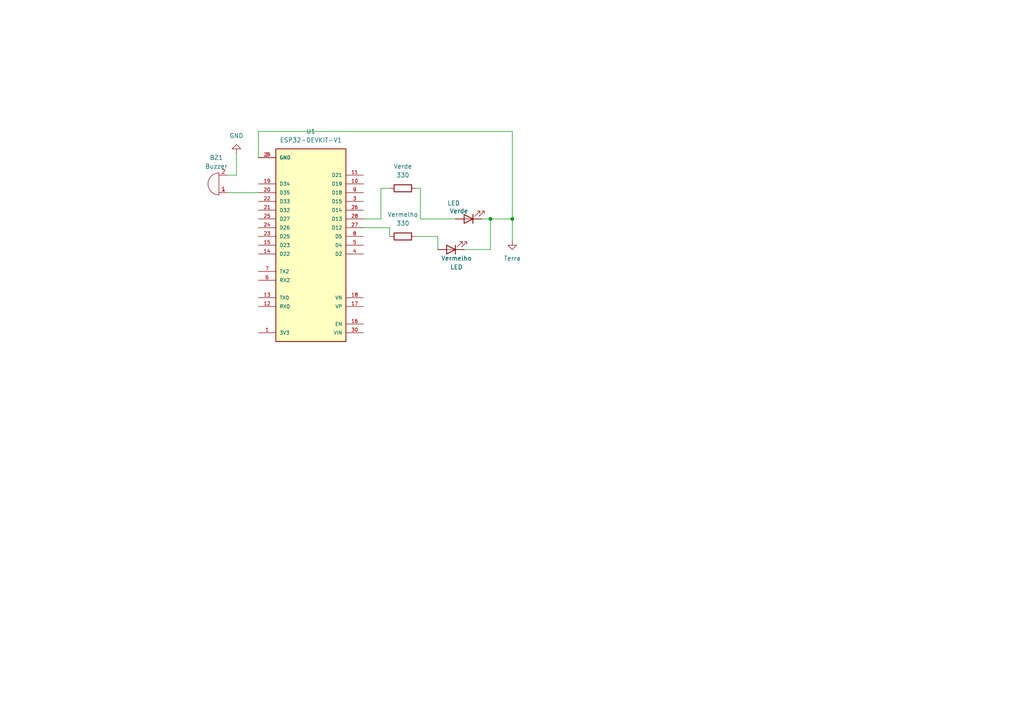
<source format=kicad_sch>
(kicad_sch (version 20231120) (generator "eeschema") (generator_version "8.0")
  (paper "A4")
  (lib_symbols
    (symbol "Device:Buzzer" (pin_names (offset 0.0254) hide)
      (property "Reference" "BZ" (at 3.81 1.27 0))
      (property "Value" "Buzzer" (at 3.81 -1.27 0))
      (symbol "Buzzer_0_1"
        (arc (start 0 -3.175) (mid 3.1612 0) (end 0 3.175))
        (polyline (pts (xy -1.651 1.905) (xy -1.143 1.905)))
        (polyline (pts (xy -1.397 2.159) (xy -1.397 1.651)))
        (polyline (pts (xy 0 3.175) (xy 0 -3.175)))
      )
      (symbol "Buzzer_1_1"
        (pin passive line (at -2.54 2.54 0) (length 2.54) (name "+") (number "1"))
        (pin passive line (at -2.54 -2.54 0) (length 2.54) (name "-") (number "2"))
      )
    )
    (symbol "Device:LED" (pin_numbers hide) (pin_names (offset 1.016) hide)
      (property "Reference" "D" (at 0 2.54 0))
      (property "Value" "LED" (at 0 -2.54 0))
      (symbol "LED_0_1"
        (polyline (pts (xy -1.27 -1.27) (xy -1.27 1.27)) (stroke (width 0.254)))
        (polyline (pts (xy -1.27 0) (xy 1.27 0)))
        (polyline (pts (xy 1.27 -1.27) (xy 1.27 1.27) (xy -1.27 0) (xy 1.27 -1.27)) (stroke (width 0.254)))
        (polyline (pts (xy -3.048 -0.762) (xy -4.572 -2.286) (xy -3.81 -2.286) (xy -4.572 -2.286) (xy -4.572 -1.524)))
        (polyline (pts (xy -1.778 -0.762) (xy -3.302 -2.286) (xy -2.54 -2.286) (xy -3.302 -2.286) (xy -3.302 -1.524)))
      )
      (symbol "LED_1_1"
        (pin passive line (at -3.81 0 0) (length 2.54) (name "K") (number "1"))
        (pin passive line (at 3.81 0 180) (length 2.54) (name "A") (number "2"))
      )
    )
    (symbol "Device:R" (pin_numbers hide) (pin_names (offset 0))
      (property "Reference" "R" (at 2.032 0 90))
      (property "Value" "R" (at 0 0 90))
      (symbol "R_0_1"
        (rectangle (start -1.016 -2.54) (end 1.016 2.54) (stroke (width 0.254)))
      )
      (symbol "R_1_1"
        (pin passive line (at 0 3.81 270) (length 1.27) (name "~") (number "1"))
        (pin passive line (at 0 -3.81 90) (length 1.27) (name "~") (number "2"))
      )
    )
    (symbol "ESP32:ESP32-DEVKIT-V1" (pin_names (offset 1.016))
      (property "Reference" "U" (at -10.16 30.48 0))
      (property "Value" "ESP32-DEVKIT-V1" (at -10.16 -30.48 0))
      (symbol "ESP32-DEVKIT-V1_0_0"
        (rectangle (start -10.16 -27.94) (end 10.16 27.94) (stroke (width 0.254)) (fill (type background)))
        (pin output line (at 15.24 25.4 180) (length 5.08) (name "3V3") (number "1"))
        (pin bidirectional line (at -15.24 -17.78 0) (length 5.08) (name "D19") (number "10"))
        (pin bidirectional line (at -15.24 -20.32 0) (length 5.08) (name "D21") (number "11"))
        (pin input line (at 15.24 17.78 180) (length 5.08) (name "RX0") (number "12"))
        (pin output line (at 15.24 15.24 180) (length 5.08) (name "TX0") (number "13"))
        (pin bidirectional line (at 15.24 2.54 180) (length 5.08) (name "D22") (number "14"))
        (pin bidirectional line (at 15.24 0 180) (length 5.08) (name "D23") (number "15"))
        (pin input line (at -15.24 22.86 0) (length 5.08) (name "EN") (number "16"))
        (pin bidirectional line (at -15.24 17.78 0) (length 5.08) (name "VP") (number "17"))
        (pin bidirectional line (at -15.24 15.24 0) (length 5.08) (name "VN") (number "18"))
        (pin bidirectional line (at 15.24 -17.78 180) (length 5.08) (name "D34") (number "19"))
        (pin power_in line (at 15.24 -25.4 180) (length 5.08) (name "GND") (number "2"))
        (pin bidirectional line (at 15.24 -15.24 180) (length 5.08) (name "D35") (number "20"))
        (pin bidirectional line (at 15.24 -10.16 180) (length 5.08) (name "D32") (number "21"))
        (pin bidirectional line (at 15.24 -12.7 180) (length 5.08) (name "D33") (number "22"))
        (pin bidirectional line (at 15.24 -2.54 180) (length 5.08) (name "D25") (number "23"))
        (pin bidirectional line (at 15.24 -5.08 180) (length 5.08) (name "D26") (number "24"))
        (pin bidirectional line (at 15.24 -7.62 180) (length 5.08) (name "D27") (number "25"))
        (pin bidirectional line (at -15.24 -10.16 0) (length 5.08) (name "D14") (number "26"))
        (pin bidirectional line (at -15.24 -5.08 0) (length 5.08) (name "D12") (number "27"))
        (pin bidirectional line (at -15.24 -7.62 0) (length 5.08) (name "D13") (number "28"))
        (pin power_in line (at 15.24 -25.4 180) (length 5.08) (name "GND") (number "29"))
        (pin bidirectional line (at -15.24 -12.7 0) (length 5.08) (name "D15") (number "3"))
        (pin input line (at -15.24 25.4 0) (length 5.08) (name "VIN") (number "30"))
        (pin bidirectional line (at -15.24 2.54 0) (length 5.08) (name "D2") (number "4"))
        (pin bidirectional line (at -15.24 0 0) (length 5.08) (name "D4") (number "5"))
        (pin input line (at 15.24 10.16 180) (length 5.08) (name "RX2") (number "6"))
        (pin output line (at 15.24 7.62 180) (length 5.08) (name "TX2") (number "7"))
        (pin bidirectional line (at -15.24 -2.54 0) (length 5.08) (name "D5") (number "8"))
        (pin bidirectional line (at -15.24 -15.24 0) (length 5.08) (name "D18") (number "9"))
      )
    )
    (symbol "power:GND" (power) (pin_numbers hide) (pin_names (offset 0) hide)
      (property "Value" "GND" (at 0 -3.81 0))
      (symbol "GND_0_1"
        (polyline (pts (xy 0 0) (xy 0 -1.27) (xy 1.27 -1.27) (xy 0 -2.54) (xy -1.27 -1.27) (xy 0 -1.27)))
      )
      (symbol "GND_1_1"
        (pin power_in line (at 0 0 270) (length 0) (name "~") (number "1"))
      )
    )
  )
  (junction (at 142.24 63.5))
  (junction (at 148.59 63.5))
  (wire (pts (xy 121.92 54.61) (xy 120.65 54.61)))
  (wire (pts (xy 105.41 66.04) (xy 113.03 66.04)))
  (wire (pts (xy 74.93 38.1) (xy 148.59 38.1)))
  (wire (pts (xy 110.49 54.61) (xy 113.03 54.61)))
  (wire (pts (xy 110.49 63.5) (xy 105.41 63.5)))
  (wire (pts (xy 148.59 63.5) (xy 148.59 69.85)))
  (wire (pts (xy 66.04 55.88) (xy 74.93 55.88)))
  (wire (pts (xy 142.24 63.5) (xy 148.59 63.5)))
  (wire (pts (xy 110.49 54.61) (xy 110.49 63.5)))
  (wire (pts (xy 120.65 68.58) (xy 127 68.58)))
  (wire (pts (xy 66.04 50.8) (xy 68.58 50.8)))
  (wire (pts (xy 139.7 63.5) (xy 142.24 63.5)))
  (wire (pts (xy 68.58 50.8) (xy 68.58 44.45)))
  (wire (pts (xy 74.93 45.72) (xy 74.93 38.1)))
  (wire (pts (xy 121.92 63.5) (xy 132.08 63.5)))
  (wire (pts (xy 142.24 72.39) (xy 142.24 63.5)))
  (wire (pts (xy 113.03 66.04) (xy 113.03 68.58)))
  (wire (pts (xy 127 68.58) (xy 127 72.39)))
  (wire (pts (xy 134.62 72.39) (xy 142.24 72.39)))
  (wire (pts (xy 148.59 38.1) (xy 148.59 63.5)))
  (wire (pts (xy 121.92 54.61) (xy 121.92 63.5)))
  (symbol (lib_id "Device:R") (at 116.84 68.58 90) (unit 1)
    (property "Reference" "Vermelho" (at 116.84 62.23 90))
    (property "Value" "330" (at 116.84 64.77 90))
    (property "Footprint" "Resistor_THT:R_Axial_DIN0207_L6.3mm_D2.5mm_P10.16mm_Horizontal" (effects (hide yes)))
    (property "Description" "Resistor" (effects (hide yes)))
  )
  (symbol (lib_id "Device:R") (at 116.84 54.61 90) (unit 1)
    (property "Reference" "Verde" (at 116.84 48.26 90))
    (property "Value" "330" (at 116.84 50.8 90))
    (property "Footprint" "Resistor_THT:R_Axial_DIN0207_L6.3mm_D2.5mm_P10.16mm_Horizontal" (effects (hide yes)))
    (property "Description" "Resistor" (effects (hide yes)))
  )
  (symbol (lib_id "ESP32:ESP32-DEVKIT-V1") (at 90.17 71.12 180) (unit 1)
    (property "Reference" "U1" (at 90.17 38.1 0))
    (property "Value" "ESP32-DEVKIT-V1" (at 90.17 40.64 0))
    (property "Footprint" "ESP32-DEVKIT-V1:MODULE_ESP32_DEVKIT_V1" (effects (hide yes)))
    (property "MF" "Do it" (effects (hide yes)))
    (property "MAXIMUM_PACKAGE_HEIGHT" "6.8 mm" (effects (hide yes)))
    (property "Package" "None" (effects (hide yes)))
    (property "Price" "None" (effects (hide yes)))
    (property "Check_prices" "https://www.snapeda.com/parts/ESP32-DEVKIT-V1/Do+it/view-part/?ref=eda" (effects (hide yes)))
    (property "STANDARD" "Manufacturer Recommendations" (effects (hide yes)))
    (property "PARTREV" "N/A" (effects (hide yes)))
    (property "SnapEDA_Link" "https://www.snapeda.com/parts/ESP32-DEVKIT-V1/Do+it/view-part/?ref=snap" (effects (hide yes)))
    (property "MP" "ESP32-DEVKIT-V1" (effects (hide yes)))
    (property "Description_1" "\n                        \n                            Dual core, Wi-Fi: 2.4 GHz up to 150 Mbits/s,BLE (Bluetooth Low Energy) and legacy Bluetooth, 32 bits, Up to 240 MHz\n                        \n" (effects (hide yes)))
    (property "Availability" "Not in stock" (effects (hide yes)))
    (property "MANUFACTURER" "DOIT" (effects (hide yes)))
  )
  (symbol (lib_id "power:GND") (at 148.59 69.85 0) (unit 1)
    (property "Reference" "#PWR01" (effects (hide yes)))
    (property "Value" "Terra" (at 148.59 74.93 0))
    (property "Description" "Power symbol creates a global label with name \"GND\" , ground" (effects (hide yes)))
  )
  (symbol (lib_id "Device:LED") (at 130.81 72.39 180) (unit 1)
    (property "Reference" "LED" (at 131.572 58.928 0))
    (property "Value" "Verde" (at 133.096 61.214 0))
    (property "Footprint" "LED_THT:LED_D5.0mm" (effects (hide yes)))
    (property "Description" "Light emitting diode" (effects (hide yes)))
  )
  (symbol (lib_id "Device:Buzzer") (at 63.5 53.34 180) (unit 1)
    (property "Reference" "BZ1" (at 62.7449 45.72 0))
    (property "Value" "Buzzer" (at 62.7449 48.26 0))
    (property "Footprint" "Buzzer_Beeper:Buzzer_TDK_PS1240P02BT_D12.2mm_H6.5mm" (effects (hide yes)))
    (property "Description" "Buzzer, polarized" (effects (hide yes)))
  )
  (symbol (lib_id "power:GND") (at 68.58 44.45 180) (unit 1)
    (property "Reference" "#PWR02" (effects (hide yes)))
    (property "Value" "GND" (at 68.58 39.37 0))
    (property "Description" "Power symbol creates a global label with name \"GND\" , ground" (effects (hide yes)))
  )
  (symbol (lib_id "Device:LED") (at 135.89 63.5 180) (unit 1)
    (property "Reference" "Vermelho" (at 132.3975 74.93 0))
    (property "Value" "LED" (at 132.3975 77.47 0))
    (property "Footprint" "LED_THT:LED_D5.0mm" (effects (hide yes)))
    (property "Description" "Light emitting diode" (effects (hide yes)))
  )
)
</source>
